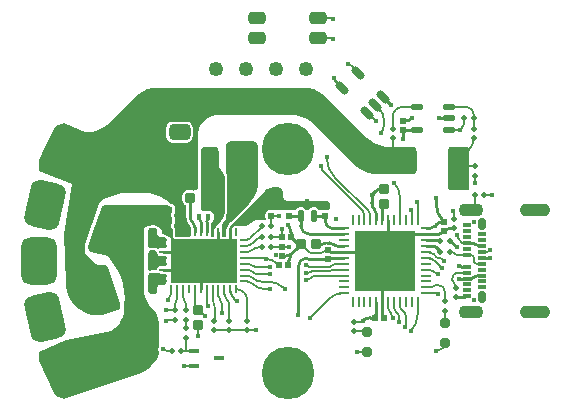
<source format=gtl>
G04*
G04 #@! TF.GenerationSoftware,Altium Limited,Altium Designer,21.5.1 (32)*
G04*
G04 Layer_Physical_Order=1*
G04 Layer_Color=255*
%FSLAX25Y25*%
%MOIN*%
G70*
G04*
G04 #@! TF.SameCoordinates,FF93E5F0-650B-4124-AEF6-32342CE94767*
G04*
G04*
G04 #@! TF.FilePolarity,Positive*
G04*
G01*
G75*
%ADD13C,0.00800*%
%ADD14C,0.01000*%
G04:AMPARAMS|DCode=17|XSize=35.43mil|YSize=33.47mil|CornerRadius=8.37mil|HoleSize=0mil|Usage=FLASHONLY|Rotation=180.000|XOffset=0mil|YOffset=0mil|HoleType=Round|Shape=RoundedRectangle|*
%AMROUNDEDRECTD17*
21,1,0.03543,0.01673,0,0,180.0*
21,1,0.01870,0.03347,0,0,180.0*
1,1,0.01673,-0.00935,0.00837*
1,1,0.01673,0.00935,0.00837*
1,1,0.01673,0.00935,-0.00837*
1,1,0.01673,-0.00935,-0.00837*
%
%ADD17ROUNDEDRECTD17*%
G04:AMPARAMS|DCode=18|XSize=21.26mil|YSize=22.84mil|CornerRadius=5.32mil|HoleSize=0mil|Usage=FLASHONLY|Rotation=0.000|XOffset=0mil|YOffset=0mil|HoleType=Round|Shape=RoundedRectangle|*
%AMROUNDEDRECTD18*
21,1,0.02126,0.01221,0,0,0.0*
21,1,0.01063,0.02284,0,0,0.0*
1,1,0.01063,0.00532,-0.00610*
1,1,0.01063,-0.00532,-0.00610*
1,1,0.01063,-0.00532,0.00610*
1,1,0.01063,0.00532,0.00610*
%
%ADD18ROUNDEDRECTD18*%
G04:AMPARAMS|DCode=19|XSize=21.26mil|YSize=22.84mil|CornerRadius=5.32mil|HoleSize=0mil|Usage=FLASHONLY|Rotation=270.000|XOffset=0mil|YOffset=0mil|HoleType=Round|Shape=RoundedRectangle|*
%AMROUNDEDRECTD19*
21,1,0.02126,0.01221,0,0,270.0*
21,1,0.01063,0.02284,0,0,270.0*
1,1,0.01063,-0.00610,-0.00532*
1,1,0.01063,-0.00610,0.00532*
1,1,0.01063,0.00610,0.00532*
1,1,0.01063,0.00610,-0.00532*
%
%ADD19ROUNDEDRECTD19*%
G04:AMPARAMS|DCode=20|XSize=35.43mil|YSize=33.47mil|CornerRadius=8.37mil|HoleSize=0mil|Usage=FLASHONLY|Rotation=90.000|XOffset=0mil|YOffset=0mil|HoleType=Round|Shape=RoundedRectangle|*
%AMROUNDEDRECTD20*
21,1,0.03543,0.01673,0,0,90.0*
21,1,0.01870,0.03347,0,0,90.0*
1,1,0.01673,0.00837,0.00935*
1,1,0.01673,0.00837,-0.00935*
1,1,0.01673,-0.00837,-0.00935*
1,1,0.01673,-0.00837,0.00935*
%
%ADD20ROUNDEDRECTD20*%
G04:AMPARAMS|DCode=21|XSize=31.5mil|YSize=31.5mil|CornerRadius=7.87mil|HoleSize=0mil|Usage=FLASHONLY|Rotation=90.000|XOffset=0mil|YOffset=0mil|HoleType=Round|Shape=RoundedRectangle|*
%AMROUNDEDRECTD21*
21,1,0.03150,0.01575,0,0,90.0*
21,1,0.01575,0.03150,0,0,90.0*
1,1,0.01575,0.00787,0.00787*
1,1,0.01575,0.00787,-0.00787*
1,1,0.01575,-0.00787,-0.00787*
1,1,0.01575,-0.00787,0.00787*
%
%ADD21ROUNDEDRECTD21*%
G04:AMPARAMS|DCode=22|XSize=17.72mil|YSize=17.72mil|CornerRadius=4.43mil|HoleSize=0mil|Usage=FLASHONLY|Rotation=0.000|XOffset=0mil|YOffset=0mil|HoleType=Round|Shape=RoundedRectangle|*
%AMROUNDEDRECTD22*
21,1,0.01772,0.00886,0,0,0.0*
21,1,0.00886,0.01772,0,0,0.0*
1,1,0.00886,0.00443,-0.00443*
1,1,0.00886,-0.00443,-0.00443*
1,1,0.00886,-0.00443,0.00443*
1,1,0.00886,0.00443,0.00443*
%
%ADD22ROUNDEDRECTD22*%
G04:AMPARAMS|DCode=23|XSize=39.37mil|YSize=57.09mil|CornerRadius=9.84mil|HoleSize=0mil|Usage=FLASHONLY|Rotation=90.000|XOffset=0mil|YOffset=0mil|HoleType=Round|Shape=RoundedRectangle|*
%AMROUNDEDRECTD23*
21,1,0.03937,0.03740,0,0,90.0*
21,1,0.01968,0.05709,0,0,90.0*
1,1,0.01968,0.01870,0.00984*
1,1,0.01968,0.01870,-0.00984*
1,1,0.01968,-0.01870,-0.00984*
1,1,0.01968,-0.01870,0.00984*
%
%ADD23ROUNDEDRECTD23*%
G04:AMPARAMS|DCode=26|XSize=19.68mil|YSize=39.37mil|CornerRadius=4.92mil|HoleSize=0mil|Usage=FLASHONLY|Rotation=0.000|XOffset=0mil|YOffset=0mil|HoleType=Round|Shape=RoundedRectangle|*
%AMROUNDEDRECTD26*
21,1,0.01968,0.02953,0,0,0.0*
21,1,0.00984,0.03937,0,0,0.0*
1,1,0.00984,0.00492,-0.01476*
1,1,0.00984,-0.00492,-0.01476*
1,1,0.00984,-0.00492,0.01476*
1,1,0.00984,0.00492,0.01476*
%
%ADD26ROUNDEDRECTD26*%
G04:AMPARAMS|DCode=29|XSize=17.72mil|YSize=17.72mil|CornerRadius=4.43mil|HoleSize=0mil|Usage=FLASHONLY|Rotation=90.000|XOffset=0mil|YOffset=0mil|HoleType=Round|Shape=RoundedRectangle|*
%AMROUNDEDRECTD29*
21,1,0.01772,0.00886,0,0,90.0*
21,1,0.00886,0.01772,0,0,90.0*
1,1,0.00886,0.00443,0.00443*
1,1,0.00886,0.00443,-0.00443*
1,1,0.00886,-0.00443,-0.00443*
1,1,0.00886,-0.00443,0.00443*
%
%ADD29ROUNDEDRECTD29*%
G04:AMPARAMS|DCode=32|XSize=15.75mil|YSize=19.68mil|CornerRadius=3.94mil|HoleSize=0mil|Usage=FLASHONLY|Rotation=180.000|XOffset=0mil|YOffset=0mil|HoleType=Round|Shape=RoundedRectangle|*
%AMROUNDEDRECTD32*
21,1,0.01575,0.01181,0,0,180.0*
21,1,0.00787,0.01968,0,0,180.0*
1,1,0.00787,-0.00394,0.00591*
1,1,0.00787,0.00394,0.00591*
1,1,0.00787,0.00394,-0.00591*
1,1,0.00787,-0.00394,-0.00591*
%
%ADD32ROUNDEDRECTD32*%
G04:AMPARAMS|DCode=33|XSize=53.33mil|YSize=71.11mil|CornerRadius=13.33mil|HoleSize=0mil|Usage=FLASHONLY|Rotation=270.000|XOffset=0mil|YOffset=0mil|HoleType=Round|Shape=RoundedRectangle|*
%AMROUNDEDRECTD33*
21,1,0.05333,0.04444,0,0,270.0*
21,1,0.02667,0.07111,0,0,270.0*
1,1,0.02667,-0.02222,-0.01333*
1,1,0.02667,-0.02222,0.01333*
1,1,0.02667,0.02222,0.01333*
1,1,0.02667,0.02222,-0.01333*
%
%ADD33ROUNDEDRECTD33*%
G04:AMPARAMS|DCode=34|XSize=41.34mil|YSize=62.99mil|CornerRadius=10.34mil|HoleSize=0mil|Usage=FLASHONLY|Rotation=0.000|XOffset=0mil|YOffset=0mil|HoleType=Round|Shape=RoundedRectangle|*
%AMROUNDEDRECTD34*
21,1,0.04134,0.04232,0,0,0.0*
21,1,0.02067,0.06299,0,0,0.0*
1,1,0.02067,0.01034,-0.02116*
1,1,0.02067,-0.01034,-0.02116*
1,1,0.02067,-0.01034,0.02116*
1,1,0.02067,0.01034,0.02116*
%
%ADD34ROUNDEDRECTD34*%
G04:AMPARAMS|DCode=35|XSize=15.75mil|YSize=33.47mil|CornerRadius=3.94mil|HoleSize=0mil|Usage=FLASHONLY|Rotation=90.000|XOffset=0mil|YOffset=0mil|HoleType=Round|Shape=RoundedRectangle|*
%AMROUNDEDRECTD35*
21,1,0.01575,0.02559,0,0,90.0*
21,1,0.00787,0.03347,0,0,90.0*
1,1,0.00787,0.01280,0.00394*
1,1,0.00787,0.01280,-0.00394*
1,1,0.00787,-0.01280,-0.00394*
1,1,0.00787,-0.01280,0.00394*
%
%ADD35ROUNDEDRECTD35*%
G04:AMPARAMS|DCode=36|XSize=107.09mil|YSize=50.79mil|CornerRadius=12.7mil|HoleSize=0mil|Usage=FLASHONLY|Rotation=270.000|XOffset=0mil|YOffset=0mil|HoleType=Round|Shape=RoundedRectangle|*
%AMROUNDEDRECTD36*
21,1,0.10709,0.02539,0,0,270.0*
21,1,0.08169,0.05079,0,0,270.0*
1,1,0.02539,-0.01270,-0.04085*
1,1,0.02539,-0.01270,0.04085*
1,1,0.02539,0.01270,0.04085*
1,1,0.02539,0.01270,-0.04085*
%
%ADD36ROUNDEDRECTD36*%
G04:AMPARAMS|DCode=37|XSize=76.77mil|YSize=43.31mil|CornerRadius=10.83mil|HoleSize=0mil|Usage=FLASHONLY|Rotation=90.000|XOffset=0mil|YOffset=0mil|HoleType=Round|Shape=RoundedRectangle|*
%AMROUNDEDRECTD37*
21,1,0.07677,0.02165,0,0,90.0*
21,1,0.05512,0.04331,0,0,90.0*
1,1,0.02165,0.01083,0.02756*
1,1,0.02165,0.01083,-0.02756*
1,1,0.02165,-0.01083,-0.02756*
1,1,0.02165,-0.01083,0.02756*
%
%ADD37ROUNDEDRECTD37*%
G04:AMPARAMS|DCode=38|XSize=21.65mil|YSize=37.4mil|CornerRadius=5.41mil|HoleSize=0mil|Usage=FLASHONLY|Rotation=270.000|XOffset=0mil|YOffset=0mil|HoleType=Round|Shape=RoundedRectangle|*
%AMROUNDEDRECTD38*
21,1,0.02165,0.02657,0,0,270.0*
21,1,0.01083,0.03740,0,0,270.0*
1,1,0.01083,-0.01329,-0.00541*
1,1,0.01083,-0.01329,0.00541*
1,1,0.01083,0.01329,0.00541*
1,1,0.01083,0.01329,-0.00541*
%
%ADD38ROUNDEDRECTD38*%
G04:AMPARAMS|DCode=39|XSize=25.59mil|YSize=47.24mil|CornerRadius=6.4mil|HoleSize=0mil|Usage=FLASHONLY|Rotation=225.000|XOffset=0mil|YOffset=0mil|HoleType=Round|Shape=RoundedRectangle|*
%AMROUNDEDRECTD39*
21,1,0.02559,0.03445,0,0,225.0*
21,1,0.01280,0.04724,0,0,225.0*
1,1,0.01280,-0.01670,0.00766*
1,1,0.01280,-0.00766,0.01670*
1,1,0.01280,0.01670,-0.00766*
1,1,0.01280,0.00766,-0.01670*
%
%ADD39ROUNDEDRECTD39*%
G04:AMPARAMS|DCode=40|XSize=157.48mil|YSize=118.11mil|CornerRadius=29.53mil|HoleSize=0mil|Usage=FLASHONLY|Rotation=244.000|XOffset=0mil|YOffset=0mil|HoleType=Round|Shape=RoundedRectangle|*
%AMROUNDEDRECTD40*
21,1,0.15748,0.05906,0,0,244.0*
21,1,0.09843,0.11811,0,0,244.0*
1,1,0.05906,-0.04811,-0.03129*
1,1,0.05906,-0.00497,0.05718*
1,1,0.05906,0.04811,0.03129*
1,1,0.05906,0.00497,-0.05718*
%
%ADD40ROUNDEDRECTD40*%
G04:AMPARAMS|DCode=41|XSize=157.48mil|YSize=118.11mil|CornerRadius=29.53mil|HoleSize=0mil|Usage=FLASHONLY|Rotation=257.000|XOffset=0mil|YOffset=0mil|HoleType=Round|Shape=RoundedRectangle|*
%AMROUNDEDRECTD41*
21,1,0.15748,0.05906,0,0,257.0*
21,1,0.09843,0.11811,0,0,257.0*
1,1,0.05906,-0.03984,-0.04131*
1,1,0.05906,-0.01770,0.05459*
1,1,0.05906,0.03984,0.04131*
1,1,0.05906,0.01770,-0.05459*
%
%ADD41ROUNDEDRECTD41*%
G04:AMPARAMS|DCode=42|XSize=157.48mil|YSize=118.11mil|CornerRadius=29.53mil|HoleSize=0mil|Usage=FLASHONLY|Rotation=270.000|XOffset=0mil|YOffset=0mil|HoleType=Round|Shape=RoundedRectangle|*
%AMROUNDEDRECTD42*
21,1,0.15748,0.05906,0,0,270.0*
21,1,0.09843,0.11811,0,0,270.0*
1,1,0.05906,-0.02953,-0.04921*
1,1,0.05906,-0.02953,0.04921*
1,1,0.05906,0.02953,0.04921*
1,1,0.05906,0.02953,-0.04921*
%
%ADD42ROUNDEDRECTD42*%
G04:AMPARAMS|DCode=43|XSize=157.48mil|YSize=118.11mil|CornerRadius=29.53mil|HoleSize=0mil|Usage=FLASHONLY|Rotation=283.000|XOffset=0mil|YOffset=0mil|HoleType=Round|Shape=RoundedRectangle|*
%AMROUNDEDRECTD43*
21,1,0.15748,0.05906,0,0,283.0*
21,1,0.09843,0.11811,0,0,283.0*
1,1,0.05906,-0.01770,-0.05459*
1,1,0.05906,-0.03984,0.04131*
1,1,0.05906,0.01770,0.05459*
1,1,0.05906,0.03984,-0.04131*
%
%ADD43ROUNDEDRECTD43*%
G04:AMPARAMS|DCode=44|XSize=157.48mil|YSize=118.11mil|CornerRadius=29.53mil|HoleSize=0mil|Usage=FLASHONLY|Rotation=296.000|XOffset=0mil|YOffset=0mil|HoleType=Round|Shape=RoundedRectangle|*
%AMROUNDEDRECTD44*
21,1,0.15748,0.05906,0,0,296.0*
21,1,0.09843,0.11811,0,0,296.0*
1,1,0.05906,-0.00497,-0.05718*
1,1,0.05906,-0.04811,0.03129*
1,1,0.05906,0.00497,0.05718*
1,1,0.05906,0.04811,-0.03129*
%
%ADD44ROUNDEDRECTD44*%
G04:AMPARAMS|DCode=45|XSize=62.99mil|YSize=139.76mil|CornerRadius=15.75mil|HoleSize=0mil|Usage=FLASHONLY|Rotation=341.000|XOffset=0mil|YOffset=0mil|HoleType=Round|Shape=RoundedRectangle|*
%AMROUNDEDRECTD45*
21,1,0.06299,0.10827,0,0,341.0*
21,1,0.03150,0.13976,0,0,341.0*
1,1,0.03150,-0.00273,-0.05631*
1,1,0.03150,-0.03251,-0.04606*
1,1,0.03150,0.00273,0.05631*
1,1,0.03150,0.03251,0.04606*
%
%ADD45ROUNDEDRECTD45*%
G04:AMPARAMS|DCode=46|XSize=62.99mil|YSize=139.76mil|CornerRadius=15.75mil|HoleSize=0mil|Usage=FLASHONLY|Rotation=19.000|XOffset=0mil|YOffset=0mil|HoleType=Round|Shape=RoundedRectangle|*
%AMROUNDEDRECTD46*
21,1,0.06299,0.10827,0,0,19.0*
21,1,0.03150,0.13976,0,0,19.0*
1,1,0.03150,0.03251,-0.04606*
1,1,0.03150,0.00273,-0.05631*
1,1,0.03150,-0.03251,0.04606*
1,1,0.03150,-0.00273,0.05631*
%
%ADD46ROUNDEDRECTD46*%
G04:AMPARAMS|DCode=58|XSize=11.81mil|YSize=27.56mil|CornerRadius=2.95mil|HoleSize=0mil|Usage=FLASHONLY|Rotation=90.000|XOffset=0mil|YOffset=0mil|HoleType=Round|Shape=RoundedRectangle|*
%AMROUNDEDRECTD58*
21,1,0.01181,0.02165,0,0,90.0*
21,1,0.00591,0.02756,0,0,90.0*
1,1,0.00591,0.01083,0.00295*
1,1,0.00591,0.01083,-0.00295*
1,1,0.00591,-0.01083,-0.00295*
1,1,0.00591,-0.01083,0.00295*
%
%ADD58ROUNDEDRECTD58*%
G04:AMPARAMS|DCode=59|XSize=39.37mil|YSize=27.56mil|CornerRadius=6.89mil|HoleSize=0mil|Usage=FLASHONLY|Rotation=90.000|XOffset=0mil|YOffset=0mil|HoleType=Round|Shape=RoundedRectangle|*
%AMROUNDEDRECTD59*
21,1,0.03937,0.01378,0,0,90.0*
21,1,0.02559,0.02756,0,0,90.0*
1,1,0.01378,0.00689,0.01280*
1,1,0.01378,0.00689,-0.01280*
1,1,0.01378,-0.00689,-0.01280*
1,1,0.01378,-0.00689,0.01280*
%
%ADD59ROUNDEDRECTD59*%
G04:AMPARAMS|DCode=76|XSize=43.31mil|YSize=82.68mil|CornerRadius=21.65mil|HoleSize=0mil|Usage=FLASHONLY|Rotation=90.000|XOffset=0mil|YOffset=0mil|HoleType=Round|Shape=RoundedRectangle|*
%AMROUNDEDRECTD76*
21,1,0.04331,0.03937,0,0,90.0*
21,1,0.00000,0.08268,0,0,90.0*
1,1,0.04331,0.01968,0.00000*
1,1,0.04331,0.01968,0.00000*
1,1,0.04331,-0.01968,0.00000*
1,1,0.04331,-0.01968,0.00000*
%
%ADD76ROUNDEDRECTD76*%
G04:AMPARAMS|DCode=77|XSize=43.31mil|YSize=102.36mil|CornerRadius=21.65mil|HoleSize=0mil|Usage=FLASHONLY|Rotation=90.000|XOffset=0mil|YOffset=0mil|HoleType=Round|Shape=RoundedRectangle|*
%AMROUNDEDRECTD77*
21,1,0.04331,0.05906,0,0,90.0*
21,1,0.00000,0.10236,0,0,90.0*
1,1,0.04331,0.02953,0.00000*
1,1,0.04331,0.02953,0.00000*
1,1,0.04331,-0.02953,0.00000*
1,1,0.04331,-0.02953,0.00000*
%
%ADD77ROUNDEDRECTD77*%
%ADD81O,0.03700X0.00942*%
%ADD82O,0.00942X0.03700*%
%ADD83R,0.20000X0.20000*%
%ADD84O,0.00984X0.02953*%
%ADD85O,0.02953X0.00984*%
%ADD86R,0.22441X0.14567*%
%ADD87C,0.04921*%
%ADD88C,0.17500*%
%ADD89C,0.01575*%
%ADD90C,0.00787*%
%ADD91C,0.01200*%
%ADD92C,0.02400*%
G36*
X5858Y57500D02*
X6843Y57500D01*
X8775Y57116D01*
X10595Y56362D01*
X12233Y55268D01*
X12929Y54571D01*
X12929Y54571D01*
X26571Y40929D01*
X27298Y40270D01*
X28928Y39181D01*
X30739Y38431D01*
X32662Y38048D01*
X33642Y38000D01*
X34500Y38000D01*
X34531Y38004D01*
X34593Y38011D01*
X34656Y38016D01*
X34718Y38018D01*
X34750Y38018D01*
X34781Y38018D01*
X34844Y38016D01*
X34907Y38011D01*
X34969Y38004D01*
X35000Y38000D01*
X35000Y38000D01*
X41500Y38000D01*
X41798Y38000D01*
X42350Y37772D01*
X42772Y37350D01*
X42934Y36958D01*
X43000Y36500D01*
Y36500D01*
X43000D01*
X43000Y36500D01*
X43000Y30500D01*
X43000Y30202D01*
X42772Y29650D01*
X42350Y29228D01*
X41971Y29071D01*
X41500Y29000D01*
X35000Y29000D01*
X35000Y29000D01*
X34500Y29000D01*
X34500Y29000D01*
X28657D01*
X26725Y29384D01*
X24905Y30138D01*
X23268Y31233D01*
X22571Y31929D01*
X22571Y31929D01*
Y31929D01*
X8929Y45571D01*
X8202Y46230D01*
X6572Y47319D01*
X4761Y48069D01*
X2838Y48452D01*
X1858Y48500D01*
X1858Y48500D01*
X1858Y48500D01*
X-23358Y48500D01*
X-24003Y48468D01*
X-25270Y48216D01*
X-26462Y47722D01*
X-27536Y47005D01*
X-28449Y46092D01*
X-29166Y45019D01*
X-29660Y43826D01*
X-29912Y42560D01*
X-29943Y41914D01*
X-29943Y41914D01*
X-29943Y41914D01*
X-29943Y33674D01*
X-29943Y33509D01*
X-29950Y33180D01*
X-29965Y32851D01*
X-29966Y32823D01*
X-30000Y32359D01*
X-30000Y32358D01*
X-30000Y32358D01*
X-30000Y32358D01*
Y24301D01*
X-30152Y23934D01*
X-30434Y23652D01*
X-30801Y23500D01*
X-31000D01*
X-31195Y23481D01*
X-31371Y23408D01*
X-31565Y23446D01*
X-33435D01*
X-34074Y23319D01*
X-34615Y22957D01*
X-34977Y22416D01*
X-35104Y21778D01*
Y20104D01*
X-34977Y19466D01*
X-34615Y18924D01*
X-34074Y18563D01*
X-33825Y18513D01*
Y14914D01*
X-33841D01*
X-33679Y13683D01*
X-33204Y12537D01*
X-32448Y11552D01*
Y11552D01*
X-32278Y11122D01*
Y9449D01*
X-32270Y9408D01*
Y8465D01*
X-32583Y8083D01*
X-37306D01*
X-37481Y8347D01*
X-37501Y8395D01*
Y9449D01*
X-37509Y9489D01*
Y10433D01*
X-37610Y10937D01*
X-37895Y11365D01*
X-38000Y11435D01*
Y11985D01*
X-37965Y12009D01*
X-37671Y12449D01*
X-37568Y12968D01*
Y14031D01*
X-37671Y14551D01*
X-37965Y14991D01*
X-38000Y15014D01*
Y15486D01*
X-37965Y15508D01*
X-37671Y15949D01*
X-37568Y16468D01*
Y17531D01*
X-37671Y18051D01*
X-37965Y18492D01*
X-38406Y18786D01*
X-38925Y18889D01*
X-39038Y18908D01*
X-39701Y19571D01*
X-40428Y20230D01*
X-42058Y21319D01*
X-43869Y22069D01*
X-45792Y22452D01*
X-46772Y22500D01*
X-46772Y22500D01*
X-46772Y22500D01*
X-55500D01*
X-61500Y20500D01*
X-63000Y19000D01*
X-67500Y5500D01*
Y2500D01*
X-64914Y-86D01*
X-64563Y-404D01*
X-63776Y-930D01*
X-62902Y-1292D01*
X-61973Y-1477D01*
X-61500Y-1500D01*
X-61207Y-1500D01*
X-61039Y-1500D01*
X-60709Y-1566D01*
X-60399Y-1694D01*
X-60384Y-1704D01*
X-60000Y-2000D01*
X-59851Y-2446D01*
X-56000Y-14000D01*
Y-16000D01*
X-61500Y-18000D01*
X-65344D01*
X-66663Y-17738D01*
X-67906Y-17223D01*
X-69024Y-16476D01*
X-69500Y-16000D01*
X-69500Y-16000D01*
X-71172Y-14328D01*
X-71844Y-13656D01*
X-72901Y-12074D01*
X-73629Y-10317D01*
X-74000Y-8451D01*
X-74000Y-7500D01*
X-74500Y9000D01*
X-72000Y25500D01*
X-83000Y30000D01*
Y33500D01*
X-80957Y37772D01*
X-77975Y44006D01*
X-77378Y45041D01*
X-74500Y46000D01*
X-67500Y43000D01*
X-66621D01*
X-65646Y43048D01*
X-63733Y43428D01*
X-61931Y44175D01*
X-60309Y45259D01*
X-59586Y45914D01*
X-53778Y51722D01*
X-50929Y54571D01*
X-50232Y55268D01*
X-48595Y56362D01*
X-46775Y57116D01*
X-44843Y57500D01*
X-43858Y57500D01*
X-43858Y57500D01*
X-30858Y57500D01*
X5858Y57500D01*
D02*
G37*
G36*
X-10867Y39696D02*
X-10305Y39133D01*
X-10000Y38398D01*
Y26142D01*
X-10000Y26142D01*
X-10000Y25157D01*
X-10384Y23225D01*
X-11138Y21405D01*
X-12233Y19768D01*
X-12929Y19071D01*
X-18939Y13061D01*
X-19178Y12797D01*
X-19572Y12207D01*
X-19844Y11551D01*
X-19852Y11513D01*
X-20073Y11365D01*
X-20359Y10937D01*
X-20459Y10433D01*
Y9489D01*
X-20467Y9449D01*
Y8083D01*
X-21753D01*
Y9449D01*
X-21761Y9489D01*
Y10433D01*
X-21862Y10937D01*
X-22000Y11144D01*
X-22000Y11422D01*
X-21869Y12082D01*
X-21611Y12703D01*
X-21547Y12799D01*
X-21501Y12845D01*
X-21456Y12912D01*
X-21400Y12969D01*
X-21135Y13365D01*
X-21000Y13500D01*
X-20888Y13624D01*
X-20702Y13902D01*
X-20573Y14211D01*
X-20508Y14540D01*
X-20505Y14603D01*
X-20432Y14779D01*
X-20416Y14858D01*
X-20385Y14932D01*
X-20200Y15865D01*
Y15946D01*
X-20184Y16025D01*
X-20184Y16500D01*
X-20184Y27586D01*
X-20184Y27586D01*
Y27586D01*
X-20189Y27608D01*
X-20186Y27630D01*
X-20210Y28091D01*
X-20225Y28148D01*
Y28206D01*
X-20331Y28741D01*
X-20362Y28815D01*
X-20378Y28894D01*
X-20500Y29189D01*
X-20500Y38000D01*
X-20500Y38000D01*
X-20464Y38485D01*
X-20196Y39133D01*
X-19633Y39696D01*
X-18898Y40000D01*
X-18500Y40000D01*
X-11602Y40000D01*
X-10867Y39696D01*
D02*
G37*
G36*
X-23650Y37772D02*
X-23228Y37350D01*
X-23066Y36958D01*
X-23000Y36500D01*
Y36500D01*
X-23000D01*
X-23000Y36500D01*
X-23000Y32414D01*
X-22984Y32080D01*
X-22853Y31423D01*
X-22597Y30805D01*
X-22225Y30248D01*
X-22000Y30000D01*
X-21762Y29762D01*
X-21388Y29203D01*
X-21131Y28582D01*
X-21025Y28047D01*
X-21000Y27586D01*
Y27586D01*
X-21000D01*
X-21000Y27586D01*
X-21000Y16500D01*
X-21000Y16024D01*
X-21185Y15092D01*
X-21550Y14213D01*
X-22078Y13422D01*
X-22414Y13086D01*
X-22414Y13086D01*
X-22414Y13086D01*
X-22414Y13086D01*
X-23500Y12000D01*
X-23613Y11876D01*
X-23799Y11598D01*
X-23851Y11471D01*
X-24010Y11365D01*
X-24296Y10937D01*
X-24396Y10433D01*
Y9489D01*
X-24404Y9449D01*
Y8083D01*
X-25385D01*
X-25698Y8465D01*
Y9409D01*
X-25690Y9449D01*
Y12274D01*
X-25619Y12381D01*
X-25500Y12500D01*
X-25275Y12748D01*
X-24903Y13305D01*
X-24647Y13923D01*
X-24517Y14580D01*
X-24500Y14914D01*
X-24500Y14914D01*
X-24500Y14914D01*
X-24500Y15000D01*
X-24529Y15291D01*
X-24529Y15293D01*
X-24567Y15384D01*
X-24753Y15833D01*
X-25167Y16247D01*
X-25547Y16405D01*
X-25707Y16471D01*
X-25999Y16500D01*
X-26000Y16500D01*
X-26000Y16500D01*
X-26000Y16500D01*
X-27500D01*
X-27798Y16500D01*
X-28350Y16728D01*
X-28772Y17150D01*
X-29000Y17702D01*
X-29000Y18000D01*
X-29000Y18000D01*
Y36500D01*
X-29000Y36798D01*
X-28772Y37350D01*
X-28350Y37772D01*
X-27798Y38000D01*
X-27500Y38000D01*
X-27500Y38000D01*
X-24500Y38000D01*
X-24202Y38000D01*
X-23650Y37772D01*
D02*
G37*
G36*
X60066Y37848D02*
X60348Y37566D01*
X60500Y37199D01*
Y37000D01*
Y24500D01*
Y24301D01*
X60348Y23934D01*
X60066Y23652D01*
X59699Y23500D01*
X54301D01*
X53934Y23652D01*
X53652Y23934D01*
X53500Y24301D01*
Y24500D01*
Y37000D01*
Y37199D01*
X53652Y37566D01*
X53934Y37848D01*
X54301Y38000D01*
X59699D01*
X60066Y37848D01*
D02*
G37*
G36*
X-40065Y18500D02*
X-39634Y18351D01*
X-39615Y18331D01*
X-39538Y18280D01*
X-39472Y18217D01*
X-39407Y18193D01*
X-39350Y18155D01*
X-39260Y18137D01*
X-39174Y18104D01*
X-39073Y18087D01*
X-38724Y18017D01*
X-38618Y17946D01*
X-38510Y17839D01*
X-38439Y17733D01*
X-38416Y17615D01*
X-38432Y17531D01*
Y16468D01*
X-38416Y16385D01*
X-38439Y16267D01*
X-38576Y16063D01*
X-38576Y16062D01*
X-38621Y15995D01*
X-38678Y15939D01*
X-38708Y15865D01*
X-38753Y15798D01*
X-38769Y15719D01*
X-38800Y15645D01*
X-38800Y15564D01*
X-38815Y15486D01*
Y15014D01*
X-38800Y14936D01*
X-38800Y14855D01*
X-38769Y14781D01*
X-38753Y14702D01*
X-38708Y14635D01*
X-38678Y14561D01*
X-38621Y14504D01*
X-38576Y14438D01*
X-38576Y14437D01*
X-38439Y14233D01*
X-38416Y14115D01*
X-38432Y14031D01*
Y12968D01*
X-38416Y12885D01*
X-38439Y12767D01*
X-38576Y12563D01*
X-38577Y12562D01*
X-38621Y12495D01*
X-38678Y12438D01*
X-38709Y12364D01*
X-38754Y12297D01*
X-38769Y12219D01*
X-38800Y12144D01*
X-38800Y12064D01*
X-38816Y11985D01*
Y11435D01*
X-38800Y11356D01*
Y11276D01*
X-38769Y11201D01*
X-38754Y11123D01*
X-38709Y11056D01*
X-38678Y10982D01*
X-38621Y10925D01*
X-38577Y10858D01*
X-38510Y10813D01*
X-38503Y10807D01*
X-38378Y10619D01*
X-38325Y10353D01*
Y9489D01*
X-38317Y9449D01*
Y8395D01*
X-38291Y8265D01*
X-38412Y8145D01*
X-38761Y8000D01*
X-38950Y8000D01*
X-39737D01*
X-39897Y8107D01*
X-40075Y8142D01*
X-40075Y8143D01*
X-40357Y8425D01*
X-40621Y8601D01*
X-40621Y8601D01*
X-40989Y8754D01*
X-41301Y8816D01*
X-41724D01*
X-42000Y9250D01*
X-42000Y9500D01*
X-42000D01*
X-42038Y9890D01*
X-42337Y10611D01*
X-42889Y11163D01*
X-43241Y11309D01*
X-43357Y11425D01*
X-43621Y11601D01*
X-43621Y11601D01*
X-43989Y11754D01*
X-44301Y11816D01*
X-44602D01*
X-44602Y11816D01*
X-44606D01*
X-44607Y11816D01*
X-44607Y11816D01*
X-45393D01*
X-45393Y11816D01*
X-45394Y11816D01*
X-45398D01*
X-45398Y11816D01*
X-45699D01*
X-46011Y11754D01*
X-46379Y11601D01*
X-46530Y11500D01*
X-46817Y11472D01*
X-47347Y11252D01*
X-47752Y10847D01*
X-47972Y10317D01*
X-48000Y10030D01*
Y-9465D01*
X-47959Y-10301D01*
X-47633Y-11942D01*
X-46992Y-13488D01*
X-46062Y-14879D01*
X-45500Y-15500D01*
X-44905Y-16094D01*
X-43971Y-17492D01*
X-43328Y-19046D01*
X-43000Y-20695D01*
X-43000Y-21536D01*
X-43000Y-28973D01*
X-43087Y-29184D01*
Y-29816D01*
X-43000Y-30027D01*
Y-30518D01*
X-43000Y-30518D01*
X-43000Y-30989D01*
X-43184Y-31914D01*
X-43545Y-32785D01*
X-44068Y-33568D01*
X-44402Y-33902D01*
X-45571Y-35071D01*
X-45571Y-35071D01*
X-45919Y-35418D01*
X-46678Y-36042D01*
X-47495Y-36588D01*
X-48362Y-37051D01*
X-48815Y-37239D01*
X-74500Y-46000D01*
X-77378Y-45041D01*
X-77975Y-44006D01*
X-83000Y-33500D01*
Y-30500D01*
X-74000Y-26500D01*
X-59000Y-23500D01*
X-59000Y-23500D01*
X-59000Y-23500D01*
X-58504Y-23210D01*
X-57577Y-22535D01*
X-56748Y-21740D01*
X-56033Y-20842D01*
X-55445Y-19856D01*
X-54995Y-18800D01*
X-54690Y-17694D01*
X-54537Y-16556D01*
X-54518Y-15982D01*
X-54389Y-14807D01*
X-54326Y-12443D01*
X-54524Y-10086D01*
X-54979Y-7766D01*
X-55687Y-5509D01*
X-56638Y-3344D01*
X-57822Y-1297D01*
X-59223Y608D01*
X-60000Y1500D01*
X-65430Y2981D01*
X-65793Y3293D01*
Y3293D01*
X-66098Y3666D01*
X-66225Y3856D01*
X-66407Y4296D01*
X-66500Y4762D01*
X-66500Y5000D01*
X-66000Y6500D01*
X-64226Y11601D01*
X-62000Y18000D01*
X-61880Y18119D01*
X-61599Y18307D01*
X-61287Y18437D01*
X-60956Y18503D01*
X-60787Y18503D01*
X-40499Y18503D01*
X-40065Y18500D01*
D02*
G37*
G36*
X-2367Y24195D02*
X-1805Y23633D01*
X-1500Y22898D01*
X-1500Y21500D01*
X-1471Y21207D01*
X-1247Y20667D01*
X-833Y20253D01*
X-293Y20029D01*
X0Y20000D01*
Y20000D01*
X13199D01*
X13566Y19848D01*
X13848Y19567D01*
X14000Y19199D01*
Y17401D01*
X13924Y17217D01*
X13783Y17076D01*
X13599Y17000D01*
X10362D01*
X10089Y17408D01*
X9662Y17694D01*
X9157Y17794D01*
X8173D01*
X7669Y17694D01*
X7242Y17408D01*
X6969Y17000D01*
X6031D01*
X5758Y17408D01*
X5331Y17694D01*
X4827Y17794D01*
X3842D01*
X3338Y17694D01*
X2911Y17408D01*
X2638Y17000D01*
X-6000D01*
X-6195Y16981D01*
X-6556Y16831D01*
X-6615Y16772D01*
X-7035Y16491D01*
X-7329Y16051D01*
X-7432Y15531D01*
Y14469D01*
X-7329Y13949D01*
X-7667Y13555D01*
X-7801Y13500D01*
X-10086Y13500D01*
X-10420Y13484D01*
X-11077Y13353D01*
X-11695Y13097D01*
X-12252Y12725D01*
X-12500Y12500D01*
X-12738Y12262D01*
X-13297Y11889D01*
X-13918Y11631D01*
X-14578Y11500D01*
X-16444D01*
X-16669Y11650D01*
X-17173Y11750D01*
X-17677Y11650D01*
X-18105Y11365D01*
X-18390Y10937D01*
X-18491Y10433D01*
Y8465D01*
X-18462Y8323D01*
X-18495Y8290D01*
X-18915Y8116D01*
X-19142D01*
X-19312Y8116D01*
X-19628Y8247D01*
X-19652Y8270D01*
Y9449D01*
X-19644Y9489D01*
Y10353D01*
X-19590Y10619D01*
X-19485Y10777D01*
X-19399Y10835D01*
X-19399Y10835D01*
X-19399Y10835D01*
X-19286Y10947D01*
X-19173Y11060D01*
X-19173Y11060D01*
X-19173Y11060D01*
X-19113Y11205D01*
X-19091Y11239D01*
X-18849Y11821D01*
X-18533Y12294D01*
X-18348Y12498D01*
X-12352Y18494D01*
X-12352Y18494D01*
X-11656Y19191D01*
X-11611Y19258D01*
X-11554Y19314D01*
X-11290Y19710D01*
X-7578Y23422D01*
X-6787Y23950D01*
X-5908Y24314D01*
X-4976Y24500D01*
X-4500D01*
X-4500Y24500D01*
X-3102D01*
X-2367Y24195D01*
D02*
G37*
G36*
X-43934Y10848D02*
X-43652Y10566D01*
X-43500Y10199D01*
Y9000D01*
X-43481Y8805D01*
X-43332Y8444D01*
X-43056Y8169D01*
X-42695Y8019D01*
X-42500Y8000D01*
X-41301D01*
X-40934Y7848D01*
X-40652Y7566D01*
X-40500Y7199D01*
Y4801D01*
X-40652Y4434D01*
X-40808Y4278D01*
X-41386D01*
X-41427Y4270D01*
X-42370D01*
X-42874Y4170D01*
X-43128Y4000D01*
X-43470D01*
X-43621Y4101D01*
X-43621Y4101D01*
X-43989Y4254D01*
X-44301Y4316D01*
X-45699D01*
X-46011Y4254D01*
X-46407Y4576D01*
X-46500Y4801D01*
Y10199D01*
X-46348Y10566D01*
X-46066Y10848D01*
X-45699Y11000D01*
X-45398D01*
X-45398Y11000D01*
X-44602D01*
X-44602Y11000D01*
X-44301D01*
X-43934Y10848D01*
D02*
G37*
G36*
Y3348D02*
X-43663Y3077D01*
X-43687Y2953D01*
X-43587Y2449D01*
X-43302Y2021D01*
X-42874Y1736D01*
X-42370Y1635D01*
X-41426D01*
X-41386Y1627D01*
X-40512D01*
X-40500Y1599D01*
Y-1599D01*
X-40512Y-1627D01*
X-41386D01*
X-41426Y-1635D01*
X-42370D01*
X-42874Y-1736D01*
X-43302Y-2021D01*
X-43587Y-2449D01*
X-43687Y-2953D01*
X-44147Y-3184D01*
X-45699D01*
X-46011Y-3246D01*
X-46407Y-2924D01*
X-46500Y-2699D01*
X-46500Y-2500D01*
Y2699D01*
X-46348Y3067D01*
X-46066Y3348D01*
X-45699Y3500D01*
X-44301D01*
X-43934Y3348D01*
D02*
G37*
G36*
X-42874Y-4170D02*
X-42370Y-4270D01*
X-41426D01*
X-41386Y-4278D01*
X-40808D01*
X-40652Y-4434D01*
X-40500Y-4801D01*
Y-5000D01*
Y-7000D01*
Y-7199D01*
X-40652Y-7566D01*
X-40934Y-7848D01*
X-41301Y-8000D01*
X-42500D01*
X-42695Y-8019D01*
X-43056Y-8168D01*
X-43332Y-8444D01*
X-43481Y-8805D01*
X-43500Y-9000D01*
Y-10000D01*
Y-10000D01*
Y-10199D01*
X-43652Y-10566D01*
X-43934Y-10848D01*
X-44301Y-11000D01*
X-44500D01*
X-45500Y-11000D01*
X-45699D01*
X-46066Y-10848D01*
X-46348Y-10566D01*
X-46500Y-10199D01*
Y-10000D01*
Y-5000D01*
Y-4801D01*
X-46348Y-4434D01*
X-46066Y-4152D01*
X-45699Y-4000D01*
X-43128D01*
X-42874Y-4170D01*
D02*
G37*
%LPC*%
G36*
X-33778Y46425D02*
X-38222D01*
X-39055Y46259D01*
X-39760Y45788D01*
X-40232Y45082D01*
X-40397Y44250D01*
Y41583D01*
X-40232Y40751D01*
X-39760Y40045D01*
X-39055Y39574D01*
X-38222Y39408D01*
X-33778D01*
X-32945Y39574D01*
X-32240Y40045D01*
X-31768Y40751D01*
X-31603Y41583D01*
Y44250D01*
X-31768Y45082D01*
X-32240Y45788D01*
X-32945Y46259D01*
X-33778Y46425D01*
D02*
G37*
%LPD*%
D13*
X57782Y6325D02*
G03*
X57758Y6342I-462J-653D01*
G01*
X57126Y7264D02*
G03*
X56913Y7653I-781J-174D01*
G01*
X57126Y7264D02*
G03*
X57758Y6342I1449J315D01*
G01*
X56500Y8398D02*
G03*
X56734Y7832I800J0D01*
G01*
X58168Y6052D02*
G03*
X58626Y5905I462J653D01*
G01*
X62000Y1000D02*
G03*
X61032Y1969I-969J0D01*
G01*
X62000Y0D02*
G03*
X63000Y-1000I1000J0D01*
G01*
X55287Y2680D02*
G03*
X55474Y2568I1213J1820D01*
G01*
X55721Y2362D02*
G03*
X55474Y2568I-626J-499D01*
G01*
X55102Y2817D02*
G03*
X55287Y2680I1398J1683D01*
G01*
X55721Y2362D02*
G03*
X56532Y1969I810J638D01*
G01*
X55102Y2817D02*
G03*
X54598Y3000I-509J-617D01*
G01*
X-13321Y2953D02*
G03*
X-12000Y3500I0J1868D01*
G01*
X-9586Y4500D02*
G03*
X-12000Y3500I0J-3415D01*
G01*
X-14104Y4921D02*
G03*
X-11500Y6000I0J3683D01*
G01*
X-8575Y8000D02*
G03*
X-10154Y7346I0J-2234D01*
G01*
X-13973Y6890D02*
G03*
X-12500Y7500I0J2083D01*
G01*
X6896Y-4000D02*
G03*
X7461Y-3766I0J800D01*
G01*
X8194Y-3365D02*
G03*
X7629Y-3598I0J-800D01*
G01*
X9857Y-4921D02*
G03*
X7293Y-5984I0J-3627D01*
G01*
X6005Y-6500D02*
G03*
X7293Y-5984I39J1765D01*
G01*
X14031Y-3365D02*
G03*
X15451Y-3034I0J3219D01*
G01*
X15800Y-2953D02*
G03*
X15451Y-3034I4J-800D01*
G01*
X16071Y-984D02*
G03*
X15453Y-1280I4J-800D01*
G01*
X14031Y-1964D02*
G03*
X15453Y-1280I0J1819D01*
G01*
X-12000Y-1500D02*
G03*
X-13245Y-984I-1245J-1245D01*
G01*
X-12000Y-1500D02*
G03*
X-10793Y-2000I1207J1207D01*
G01*
X-12000Y-7500D02*
G03*
X-13473Y-6890I-1473J-1473D01*
G01*
X-12000Y-3500D02*
G03*
X-13321Y-2953I-1321J-1321D01*
G01*
X-12000Y-3500D02*
G03*
X-9586Y-4500I2414J2414D01*
G01*
X-12000Y-5500D02*
G03*
X-13397Y-4921I-1397J-1397D01*
G01*
X-12000Y-5500D02*
G03*
X-8379Y-7000I3621J3621D01*
G01*
X35453Y-15679D02*
G03*
X36000Y-17000I1868J0D01*
G01*
X36977Y-18043D02*
G03*
X36820Y-17787I-749J-282D01*
G01*
X36820Y-17787D02*
G03*
X36185Y-17162I-1820J-1213D01*
G01*
X37421Y-15103D02*
G03*
X38000Y-16500I1976J0D01*
G01*
X36062Y-17062D02*
G03*
X36185Y-17162I562J569D01*
G01*
X37187Y-19000D02*
G03*
X37047Y-18228I-2187J0D01*
G01*
X37173Y-19285D02*
G03*
X37187Y-19139I-786J150D01*
G01*
X37136Y-19480D02*
G03*
X37122Y-19629I786J-150D01*
G01*
X39000Y-22000D02*
G03*
X39500Y-20793I-1207J1207D01*
G01*
Y-18707D02*
G03*
X39000Y-17500I-1707J0D01*
G01*
X-12000Y-7500D02*
G03*
X-7172Y-9500I4828J4828D01*
G01*
X37000Y-20500D02*
G03*
X37122Y-20079I-678J425D01*
G01*
X35000Y-19000D02*
G03*
X34293Y-17293I-2414J0D01*
G01*
X33484Y-15755D02*
G03*
X33999Y-16999I1761J0D01*
G01*
D02*
G03*
X34000Y-17000I1246J1244D01*
G01*
X-1599Y-8901D02*
G03*
X-6189Y-7000I-4590J-4590D01*
G01*
X-37000Y-13000D02*
G03*
X-36858Y-12658I-342J342D01*
G01*
X-37000Y-13000D02*
G03*
X-37500Y-14207I1207J-1207D01*
G01*
X-34890Y-12059D02*
G03*
X-34500Y-13000I1331J0D01*
G01*
X-34000Y-14207D02*
G03*
X-34500Y-13000I-1707J0D01*
G01*
X66887Y3100D02*
G03*
X66685Y3030I613J-2100D01*
G01*
X67012Y3149D02*
G03*
X67500Y3500I-834J1672D01*
G01*
X66557Y2991D02*
G03*
X66685Y3030I-166J783D01*
G01*
X66887Y3100D02*
G03*
X67012Y3149I-229J766D01*
G01*
X55500Y15293D02*
G03*
X55000Y16500I-1707J0D01*
G01*
X66179Y2953D02*
G03*
X66557Y2991I0J1868D01*
G01*
X57885Y-4000D02*
G03*
X55683Y-7747I-885J-2000D01*
G01*
X58501Y-4027D02*
G03*
X58340Y-4054I1157J-7381D01*
G01*
X57885Y-4000D02*
G03*
X58340Y-4054I318J734D01*
G01*
X56000Y-8380D02*
G03*
X55683Y-7747I-800J-4D01*
G01*
X58501Y-4027D02*
G03*
X58679Y-3976I-130J789D01*
G01*
X48982Y1919D02*
G03*
X48753Y2223I-735J-316D01*
G01*
X52000Y0D02*
G03*
X51998Y2I-565J-566D01*
G01*
X48753Y2223D02*
G03*
X46700Y2953I-2053J-2523D01*
G01*
X48982Y1919D02*
G03*
X50482Y927I1500J638D01*
G01*
X60310Y36846D02*
G03*
X62000Y40925I-4080J4080D01*
G01*
X38240Y51240D02*
G03*
X35000Y48000I0J-3240D01*
G01*
X51307Y693D02*
G03*
X50742Y927I-565J-566D01*
G01*
X41358Y16135D02*
G03*
X41000Y17000I-1223J0D01*
G01*
X26956Y49044D02*
G03*
X26955Y49045I-494J-494D01*
G01*
D02*
G03*
X26461Y49249I-494J-494D01*
G01*
X31000Y42500D02*
G03*
X32000Y44914I-2414J2414D01*
G01*
Y47500D02*
G03*
X30939Y50061I-3621J0D01*
G01*
X21348Y64942D02*
G03*
X20000Y65500I-1347J-1347D01*
G01*
X-40000Y-13000D02*
G03*
X-38827Y-10167I-2833J2833D01*
G01*
X57500Y43500D02*
G03*
X58925Y46941I-3441J3441D01*
G01*
X57500Y43500D02*
G03*
X56873Y43760I-627J-627D01*
G01*
X62075Y48784D02*
G03*
X59618Y51240I-2457J0D01*
G01*
X62075Y47500D02*
G03*
X62000Y47319I181J-181D01*
G01*
X-31276Y-30000D02*
G03*
X-31134Y-29941I0J201D01*
G01*
X6041Y-1541D02*
G03*
X6443Y-1756I563J569D01*
G01*
X6908Y-1901D02*
G03*
X7217Y-1964I313J736D01*
G01*
X6908Y-1901D02*
G03*
X6443Y-1756I-908J-2099D01*
G01*
X-39473Y-19575D02*
G03*
X-40500Y-20000I0J-1452D01*
G01*
X43327Y18711D02*
G03*
X43000Y19500I-1116J0D01*
G01*
X-21110Y-11027D02*
G03*
X-20500Y-12500I2083J0D01*
G01*
X-19500Y-14914D02*
G03*
X-20500Y-12500I-3414J0D01*
G01*
X-10681Y-23075D02*
G03*
X-10500Y-23000I0J255D01*
G01*
X-23079Y-11603D02*
G03*
X-22500Y-13000I1976J0D01*
G01*
X-22000Y-14207D02*
G03*
X-22500Y-13000I-1707J0D01*
G01*
X-19142Y-9449D02*
G03*
X-17792Y-12709I4610J0D01*
G01*
X-13500Y-13122D02*
G03*
X-17173Y-9449I-3673J0D01*
G01*
X18040Y-10827D02*
G03*
X14000Y-12500I0J-5714D01*
G01*
X50000Y-11000D02*
G03*
X49581Y-10827I-419J-419D01*
G01*
X47635Y-8858D02*
G03*
X48500Y-8500I0J1223D01*
G01*
X49707Y-8000D02*
G03*
X48500Y-8500I0J-1707D01*
G01*
X52500Y-10500D02*
G03*
X50000Y-8000I-2500J0D01*
G01*
X41000Y-23500D02*
G03*
X43327Y-17883I-5618J5618D01*
G01*
X-8387Y-2000D02*
G03*
X-8386Y-2000I0J800D01*
G01*
X-7367Y682D02*
G03*
X-8097Y984I-731J-731D01*
G01*
X-3697Y-838D02*
G03*
X-7367Y682I-3670J-3670D01*
G01*
X-24341Y-15353D02*
G03*
X-24351Y-15474I790J-125D01*
G01*
X-24341Y-15353D02*
G03*
X-24796Y-13629I-2159J353D01*
G01*
X-27016Y-13755D02*
G03*
X-26500Y-15000I1761J0D01*
G01*
X-25047Y-12472D02*
G03*
X-24942Y-13333I3575J0D01*
G01*
D02*
G03*
X-24796Y-13629I775J199D01*
G01*
X50000Y-4500D02*
G03*
X46264Y-2953I-3736J-3736D01*
G01*
X50940Y-1940D02*
G03*
X50812Y-1837I-564J-567D01*
G01*
X50163Y-1188D02*
G03*
X50056Y-1056I-671J-436D01*
G01*
X47844Y652D02*
G03*
X46144Y984I-1701J-4187D01*
G01*
X50163Y-1188D02*
G03*
X50812Y-1837I1837J1188D01*
G01*
X47844Y652D02*
G03*
X47936Y622I297J743D01*
G01*
X49345Y-344D02*
G03*
X48673Y210I-3201J-3190D01*
G01*
X48673Y210D02*
G03*
X47936Y622I-1150J-1195D01*
G01*
X51500Y-2500D02*
G03*
X51497Y-2497I-565J-567D01*
G01*
X-40319Y-16425D02*
G03*
X-40500Y-16500I0J-255D01*
G01*
X10793Y2500D02*
G03*
X12000Y3000I0J1707D01*
G01*
X7046Y2895D02*
G03*
X8000Y2500I954J954D01*
G01*
X13293Y3535D02*
G03*
X12000Y3000I0J-1828D01*
G01*
X49748Y-30000D02*
G03*
X52500Y-27248I0J2752D01*
G01*
X25610Y15027D02*
G03*
X25000Y16500I-2083J0D01*
G01*
X27579Y15103D02*
G03*
X27000Y16500I-1976J0D01*
G01*
X11000Y31500D02*
G03*
X11707Y29793I2414J0D01*
G01*
X13000Y34500D02*
G03*
X15828Y27672I9657J0D01*
G01*
X15000Y74000D02*
G03*
X14629Y74154I-371J-371D01*
G01*
X37421Y21362D02*
G03*
X35500Y26000I-6560J0D01*
G01*
X15000Y80500D02*
G03*
X14164Y80846I-836J-836D01*
G01*
X61272Y17008D02*
G03*
X62425Y19793I-2785J2785D01*
G01*
X24154Y-20350D02*
G03*
X25000Y-20000I0J1196D01*
G01*
X26500Y-23752D02*
G03*
X25892Y-23500I-608J-608D01*
G01*
X23608Y-30248D02*
G03*
X23000Y-30500I0J-860D01*
G01*
X-29247Y-16753D02*
G03*
X-29248Y-16752I-753J-753D01*
G01*
D02*
G03*
X-30000Y-16441I-752J-754D01*
G01*
X-30953Y-14141D02*
G03*
X-30000Y-16441I3253J0D01*
G01*
X-41500Y-29500D02*
G03*
X-40293Y-30000I1207J1207D01*
G01*
X59657Y1968D02*
X59664Y1778D01*
Y1772D02*
Y1778D01*
X56734Y7832D02*
X56913Y7653D01*
X56500Y8398D02*
Y8500D01*
X57782Y6325D02*
X58168Y6052D01*
X58626Y5905D02*
X58626D01*
X59657D01*
X64776Y-1000D02*
Y-984D01*
X62000Y0D02*
Y1000D01*
X63000Y-1000D02*
X64776D01*
X56532Y1969D02*
X59658D01*
X61032D01*
X54075Y3000D02*
X54598D01*
X-14614Y2953D02*
X-13321D01*
X-9586Y4500D02*
X-8575D01*
X-14614Y4921D02*
X-14104D01*
X-11500Y6000D02*
X-10154Y7346D01*
X-12500Y7500D02*
X-8628Y11372D01*
X-14614Y6890D02*
X-13973D01*
X-5425Y4500D02*
X-2035D01*
X-5425Y8000D02*
X-2035D01*
X7461Y-3766D02*
X7629Y-3598D01*
X7629Y-3598D01*
X6000Y-6500D02*
X6000Y-6500D01*
X-5425Y11500D02*
Y14905D01*
X6000Y-6500D02*
X6005Y-6500D01*
X6000Y-4000D02*
X6896D01*
X-2035Y8000D02*
Y10465D01*
X-5465Y15000D02*
X-3000D01*
X9857Y-4921D02*
X18856D01*
X8194Y-3365D02*
X14031D01*
X15800Y-2953D02*
X15800D01*
X15451Y-3034D02*
Y-3034D01*
X15800Y-2953D02*
X18856D01*
X16071Y-984D02*
X16071D01*
X18856D01*
X-14614D02*
X-13245D01*
X-10793Y-2000D02*
X-8387D01*
X-14614Y-2953D02*
X-13321D01*
X-14614Y-6890D02*
X-13473D01*
X-2000Y4535D02*
X465D01*
X-14614Y-4921D02*
X-13397D01*
X35453Y-15679D02*
Y-13644D01*
X37421Y-15103D02*
Y-13644D01*
X37187Y-19139D02*
Y-19000D01*
X36977Y-18043D02*
X37047Y-18228D01*
X36000Y-17000D02*
X36062Y-17062D01*
X36820Y-17787D02*
X36820Y-17787D01*
X37136Y-19480D02*
X37173Y-19285D01*
X38000Y-16500D02*
X39000Y-17500D01*
X39500Y-20793D02*
Y-18707D01*
X-1599Y-8901D02*
X-1000Y-9500D01*
X-8379Y-7000D02*
X-6189D01*
X-9586Y-4500D02*
X-6000D01*
X37187Y-19139D02*
Y-19139D01*
X37122Y-20079D02*
Y-19629D01*
Y-20079D02*
Y-20079D01*
X37000Y-20500D02*
X37000Y-20500D01*
X33999Y-16999D02*
X34000Y-17000D01*
X34293Y-17293D01*
X33484Y-15755D02*
Y-13644D01*
X-7172Y-9500D02*
X-6000D01*
X-34000Y-22425D02*
Y-19575D01*
X-36858Y-12658D02*
Y-9449D01*
X-34890Y-12059D02*
Y-9449D01*
X-34000Y-16425D02*
Y-14207D01*
X55500Y14075D02*
Y15293D01*
X64776Y2953D02*
X66179D01*
X58679Y-3746D02*
X59658Y-3937D01*
X56000Y-8925D02*
Y-8380D01*
X58679Y-3976D02*
Y-3746D01*
X51307Y693D02*
X51998Y2D01*
X46144Y2953D02*
X46700D01*
X50482Y927D02*
X50742D01*
X35000Y44075D02*
Y48000D01*
X38240Y51240D02*
X43185D01*
X41358Y13644D02*
Y16135D01*
X26955Y49045D02*
X26956Y49044D01*
X29500Y46500D01*
X29106Y51894D02*
X30939Y50061D01*
X32000Y44914D02*
Y47500D01*
X35000Y38000D02*
Y40925D01*
X35000Y38000D02*
X35000D01*
X21348Y64942D02*
X23539Y62751D01*
X-38827Y-10167D02*
Y-9449D01*
X58925Y46941D02*
Y47500D01*
X53815Y43760D02*
X56873D01*
X53815Y51240D02*
X59618D01*
X62000Y44075D02*
Y47319D01*
X62075Y47500D02*
Y48784D01*
X56965Y31575D02*
Y33500D01*
X60310Y36846D01*
X56965Y31575D02*
X62500D01*
X-34000Y-30000D02*
Y-25575D01*
X-35425Y-30000D02*
X-34000D01*
X-31276D01*
X7217Y-1964D02*
X14031D01*
X6000Y-1500D02*
X6041Y-1541D01*
X7217Y-1964D02*
X7217D01*
X-39473Y-19575D02*
X-37500D01*
X43327Y13644D02*
Y18711D01*
X-21110Y-11027D02*
Y-9449D01*
X-19500Y-19925D02*
Y-14914D01*
X-24500Y-23075D02*
X-19500D01*
X-13500D01*
X-10681D01*
X-23079Y-11603D02*
Y-9449D01*
X-17792Y-12709D02*
X-17000Y-13500D01*
X-13500Y-19925D02*
Y-13122D01*
X7500Y-19000D02*
X14000Y-12500D01*
X18040Y-10827D02*
X18856D01*
X46144D02*
X49581D01*
X46144Y-8858D02*
X47635D01*
X52500Y-13425D02*
Y-10500D01*
X49707Y-8000D02*
X50000D01*
X52500Y-20752D02*
Y-16575D01*
X43327Y-17883D02*
Y-13644D01*
X-22000Y-17500D02*
Y-14207D01*
X-25047Y-12472D02*
Y-9449D01*
X-8386Y-2000D02*
X-6000Y-1996D01*
X-3697Y-838D02*
X-3035Y-1500D01*
X-30953Y-14141D02*
Y-9449D01*
X-14614Y984D02*
X-8097D01*
X-24500Y-19925D02*
X-24351Y-19482D01*
X-27016Y-13755D02*
Y-9449D01*
X-24351Y-19482D02*
Y-15474D01*
X46144Y-2953D02*
X46264D01*
X50940Y-1940D02*
X51497Y-2497D01*
X49345Y-344D02*
X50056Y-1056D01*
X51500Y-2500D02*
Y-2500D01*
X-40319Y-16425D02*
X-37500D01*
Y-14207D01*
X8000Y2500D02*
X10793D01*
X13293Y3535D02*
X13500D01*
X4441Y5500D02*
X7046Y2895D01*
X49500Y-30000D02*
X49748D01*
X-34500Y-35059D02*
Y-35000D01*
Y-35059D02*
X-31134D01*
X-30000Y-25000D02*
Y-21559D01*
X25610Y13644D02*
Y15027D01*
X11707Y29793D02*
X25000Y16500D01*
X15828Y27672D02*
X27000Y16500D01*
X27579Y13644D02*
Y15103D01*
X10138Y74154D02*
X14629D01*
X37421Y13644D02*
Y21362D01*
X10138Y80846D02*
X14164D01*
X62425Y19793D02*
Y22000D01*
X65575D02*
X68000D01*
X62500Y26000D02*
Y28425D01*
X22000Y-20350D02*
X24154D01*
X22000Y-23500D02*
X25892D01*
X23608Y-30248D02*
X26500D01*
X-29248Y-16752D02*
X-29247Y-16753D01*
X-27500Y-18500D01*
X-40293Y-30000D02*
X-38575D01*
D14*
X32000Y24059D02*
G03*
X28687Y22687I0J-4686D01*
G01*
X29547Y15679D02*
G03*
X29000Y17000I-1868J0D01*
G01*
X28000Y19414D02*
G03*
X29000Y17000I3414J0D01*
G01*
X32000Y18941D02*
G03*
X31516Y17772I1169J-1169D01*
G01*
X4335Y11665D02*
G03*
X7142Y8858I2807J0D01*
G01*
X61021Y-5906D02*
G03*
X62000Y-5500I0J1385D01*
G01*
X63397Y-4921D02*
G03*
X62000Y-5500I0J-1976D01*
G01*
X47375Y10827D02*
G03*
X49000Y11500I0J2298D01*
G01*
X50925Y6500D02*
G03*
X49984Y6890I-941J-941D01*
G01*
X49500Y4500D02*
G03*
X48482Y4921I-1017J-1017D01*
G01*
X50925Y3000D02*
G03*
X50873Y3127I-180J0D01*
G01*
D02*
G03*
X50872Y3128I-128J-127D01*
G01*
X-32500Y14914D02*
G03*
X-31500Y12500I3414J0D01*
G01*
X-30953Y11179D02*
G03*
X-31500Y12500I-1868J0D01*
G01*
X62500Y5500D02*
G03*
X63897Y4921I1397J1397D01*
G01*
X62500Y5500D02*
G03*
X63897Y4921I1397J1397D01*
G01*
X62500Y5500D02*
G03*
X63897Y4921I1397J1397D01*
G01*
X62500Y5500D02*
G03*
X63897Y4921I1397J1397D01*
G01*
X62500Y5500D02*
G03*
X63897Y4921I1397J1397D01*
G01*
X62500Y5500D02*
G03*
X63897Y4921I1397J1397D01*
G01*
X62500Y5500D02*
G03*
X63897Y4921I1397J1397D01*
G01*
X62500Y5500D02*
G03*
X61521Y5905I-979J-979D01*
G01*
X62500Y5500D02*
G03*
X61521Y5905I-979J-979D01*
G01*
X62500Y5500D02*
G03*
X61521Y5905I-979J-979D01*
G01*
X62500Y5500D02*
G03*
X61521Y5905I-979J-979D01*
G01*
X62500Y5500D02*
G03*
X61521Y5905I-979J-979D01*
G01*
X62500Y5500D02*
G03*
X61521Y5905I-979J-979D01*
G01*
X62500Y5500D02*
G03*
X63897Y4921I1397J1397D01*
G01*
X62500Y5500D02*
G03*
X61521Y5905I-979J-979D01*
G01*
X62500Y5500D02*
G03*
X61521Y5905I-979J-979D01*
G01*
X-8628Y11372D02*
G03*
X-8575Y11500I-128J128D01*
G01*
X-5425Y14905D02*
G03*
X-5465Y15000I-135J0D01*
G01*
X-38728Y-2953D02*
G03*
X-38236Y-2461I0J492D01*
G01*
Y2461D02*
G03*
X-38728Y2953I-492J0D01*
G01*
X-38827Y8289D02*
G03*
X-38500Y7500I1116J0D01*
G01*
X-28000Y-6299D02*
G03*
X-28984Y-7283I0J-984D01*
G01*
X-38236Y6863D02*
G03*
X-38500Y7500I-901J0D01*
G01*
X54319Y10925D02*
G03*
X52000Y9965I0J-3280D01*
G01*
X50416Y8858D02*
G03*
X51965Y9500I0J2191D01*
G01*
X59021Y-12075D02*
G03*
X59658Y-11811I0J901D01*
G01*
X57228Y-5906D02*
G03*
X57000Y-6000I0J-322D01*
G01*
X57002Y-1628D02*
G03*
X57754Y-1969I752J659D01*
G01*
X-23079Y7250D02*
G03*
X-22685Y6299I1345J0D01*
G01*
X6992Y561D02*
G03*
X6000Y787I-992J-2061D01*
G01*
X4373Y108D02*
G03*
X3500Y-2000I2108J-2108D01*
G01*
X6000Y787D02*
G03*
X4383Y117I0J-2287D01*
G01*
X6992Y561D02*
G03*
X7416Y465I429J903D01*
G01*
X14020Y984D02*
G03*
X13500Y465I0J-520D01*
G01*
X49500Y19071D02*
G03*
X52000Y13036I8536J0D01*
G01*
X52000D02*
G03*
X49500Y12000I0J-3536D01*
G01*
X31516Y-17745D02*
G03*
X32035Y-19000I1774J0D01*
G01*
X28965D02*
G03*
X29547Y-17593I-1407J1407D01*
G01*
X1035Y9500D02*
G03*
X0Y12000I-3535J0D01*
G01*
X13500Y3535D02*
G03*
X14083Y2953I583J0D01*
G01*
X2895Y6140D02*
G03*
X4441Y5500I1546J1546D01*
G01*
X1231Y2180D02*
G03*
X58Y-969I5068J-3680D01*
G01*
X-878Y1465D02*
G03*
X1231Y2180I0J3463D01*
G01*
D02*
G03*
X1571Y2479I-2108J2747D01*
G01*
X1571Y2479D02*
G03*
X2583Y3554I-1071J2021D01*
G01*
X2780Y3839D02*
G03*
X2583Y3554I711J-704D01*
G01*
X39171Y46535D02*
G03*
X41500Y47500I0J3293D01*
G01*
X32111Y54390D02*
G03*
X32110Y54390I-360J-360D01*
G01*
D02*
G03*
X31751Y54539I-359J-360D01*
G01*
X39213Y43760D02*
G03*
X38500Y43465I0J-1008D01*
G01*
X15500Y61000D02*
G03*
X16058Y59652I1906J0D01*
G01*
X27414Y-19000D02*
G03*
X25000Y-20000I0J-3414D01*
G01*
X-26425Y14500D02*
G03*
X-27016Y13074I1426J-1426D01*
G01*
X-28984Y13074D02*
G03*
X-29575Y14500I-2017J0D01*
G01*
X12500Y13159D02*
G03*
X14832Y10827I2332J0D01*
G01*
X15437Y5300D02*
G03*
X16000Y4962I768J641D01*
G01*
D02*
G03*
X16397Y4921I396J1935D01*
G01*
X15437Y5300D02*
G03*
X14031Y5965I-1406J-1154D01*
G01*
X12969D02*
G03*
X11966Y5663I0J-1819D01*
G01*
X11423Y5500D02*
G03*
X11966Y5663I-5J1000D01*
G01*
X28000Y19414D02*
Y22000D01*
X28687Y22687D01*
X29547Y13644D02*
Y15679D01*
X31516Y13644D02*
Y17772D01*
X4335Y11665D02*
Y15000D01*
X7142Y8858D02*
X18856D01*
X33484Y984D02*
Y13644D01*
Y984D02*
X41358Y8858D01*
X31516Y-984D02*
X32500Y0D01*
X33484Y984D01*
X18856Y2953D02*
X29547D01*
X32500Y0D01*
X63397Y-4921D02*
X64776D01*
X41358Y8858D02*
X46144D01*
X31516Y-13644D02*
Y-984D01*
X49000Y11500D02*
X49500Y12000D01*
X46144Y10827D02*
X47375D01*
X46144Y6890D02*
X49984D01*
X46144Y4921D02*
X48482D01*
X49500Y4500D02*
X50872Y3128D01*
X50873Y3127D01*
X57228Y-5906D02*
X61021D01*
X-32500Y14914D02*
Y20941D01*
X-30953Y9449D02*
Y11179D01*
X63897Y4921D02*
X64776D01*
X61521Y5905D02*
X61521D01*
X59657D02*
X61521D01*
X54461Y6114D02*
X56500Y4500D01*
X54075Y6500D02*
X54461Y6114D01*
X67500Y984D02*
Y1000D01*
X64776Y984D02*
X67500D01*
X-2035Y4500D02*
X-2000Y4535D01*
X-2035Y8000D02*
X-2035Y8000D01*
X-3000Y15000D02*
X-3000Y15000D01*
X-2035Y10465D02*
X-2000Y10500D01*
X465Y4535D02*
X500Y4500D01*
X-41386Y-2953D02*
X-38728D01*
X-41386Y2953D02*
X-38728D01*
X-38827Y8289D02*
Y9449D01*
X-28984Y-9449D02*
Y-7283D01*
X-38236Y2461D02*
Y6863D01*
X46144Y8858D02*
X50416D01*
X51965Y9500D02*
X52000Y9465D01*
X54319Y10925D02*
X55500D01*
X56000Y-12075D02*
X59021D01*
X57754Y-1969D02*
X59657D01*
X57000Y-1625D02*
X57002Y-1628D01*
X-28000Y0D02*
X-19142Y6784D01*
Y9449D01*
X-23079Y7250D02*
Y9449D01*
X4373Y108D02*
X4383Y117D01*
X7416Y465D02*
X7416D01*
X13500D01*
X14020Y984D02*
X18856D01*
X3500Y-18000D02*
Y-2000D01*
X49500Y19071D02*
Y21000D01*
X31516Y-17745D02*
Y-13644D01*
X29547Y-17593D02*
Y-13644D01*
X27414Y-19000D02*
X28965D01*
X1035Y8000D02*
X2895Y6140D01*
X1035Y8000D02*
Y9500D01*
X14083Y2953D02*
X18856D01*
X3525Y4584D02*
X3604Y4654D01*
X35Y-1500D02*
X58Y-969D01*
X2780Y3839D02*
X2780Y3839D01*
X3525Y4584D01*
X3604Y4654D02*
X4441Y5500D01*
X-2000Y1465D02*
X-878D01*
X38500Y46535D02*
X39171D01*
X50500Y47500D02*
X53815D01*
X32110Y54390D02*
X32111Y54390D01*
X34500Y52000D01*
X39213Y43760D02*
X43185D01*
X38500Y40500D02*
Y43465D01*
X16058Y59652D02*
X18249Y57462D01*
X-27016Y9449D02*
Y13074D01*
X-28984Y9449D02*
Y13074D01*
X500Y15000D02*
X4335D01*
X8665Y14965D02*
Y15000D01*
X12500Y13159D02*
Y14965D01*
X8665D02*
X12500D01*
X14832Y10827D02*
X18856D01*
X16397Y4921D02*
X18856D01*
X12969Y5965D02*
X14031D01*
X9559Y5500D02*
X11423D01*
D17*
X32000Y24059D02*
D03*
Y18941D02*
D03*
X-32500Y26059D02*
D03*
Y20941D02*
D03*
X-30000Y-16441D02*
D03*
Y-21559D02*
D03*
D18*
X13500Y465D02*
D03*
Y3535D02*
D03*
X52000Y13035D02*
D03*
Y9965D02*
D03*
X12500Y14965D02*
D03*
Y18035D02*
D03*
X500Y14965D02*
D03*
Y18035D02*
D03*
X-2000Y4535D02*
D03*
Y1465D02*
D03*
X38500Y43465D02*
D03*
Y46535D02*
D03*
D19*
X28965Y-19000D02*
D03*
X32035D02*
D03*
X-2035Y8000D02*
D03*
X1035D02*
D03*
X-5465Y15000D02*
D03*
X-8535D02*
D03*
X-36465Y13500D02*
D03*
X-39535D02*
D03*
X-36465Y17000D02*
D03*
X-39535D02*
D03*
X-3035Y-1500D02*
D03*
X35D02*
D03*
D20*
X9559Y5500D02*
D03*
X4441D02*
D03*
D21*
X52500Y-27248D02*
D03*
Y-20752D02*
D03*
X26500Y-30248D02*
D03*
Y-23752D02*
D03*
D22*
X52500Y-13425D02*
D03*
Y-16575D02*
D03*
X-37500Y-19575D02*
D03*
Y-16425D02*
D03*
X-13500Y-23075D02*
D03*
Y-19925D02*
D03*
X55500Y14075D02*
D03*
Y10925D02*
D03*
X56000Y-8925D02*
D03*
Y-12075D02*
D03*
X-24500Y-23075D02*
D03*
Y-19925D02*
D03*
X-19500Y-23075D02*
D03*
Y-19925D02*
D03*
X-34000Y-16425D02*
D03*
Y-19575D02*
D03*
Y-22425D02*
D03*
Y-25575D02*
D03*
X22000Y-23500D02*
D03*
Y-20350D02*
D03*
X62500Y28425D02*
D03*
Y31575D02*
D03*
X35000Y44075D02*
D03*
Y40925D02*
D03*
X62000Y44075D02*
D03*
Y40925D02*
D03*
D23*
X10138Y80847D02*
D03*
Y74154D02*
D03*
X-10138Y80847D02*
D03*
Y74154D02*
D03*
D26*
X4335Y15000D02*
D03*
X8665D02*
D03*
D29*
X50925Y3000D02*
D03*
X54075D02*
D03*
X50925Y6500D02*
D03*
X54075D02*
D03*
X-8575Y11500D02*
D03*
X-5425D02*
D03*
X-8575Y8000D02*
D03*
X-5425D02*
D03*
X-8575Y4500D02*
D03*
X-5425D02*
D03*
X-35425Y-30000D02*
D03*
X-38575D02*
D03*
X65575Y22000D02*
D03*
X62425D02*
D03*
X62075Y47500D02*
D03*
X58925D02*
D03*
D32*
X-26425Y14500D02*
D03*
X-29575D02*
D03*
D33*
X-36000Y42917D02*
D03*
Y32083D02*
D03*
D34*
X-5693Y21000D02*
D03*
X-17307D02*
D03*
D35*
X-31134Y-29941D02*
D03*
Y-35059D02*
D03*
X-22866Y-32500D02*
D03*
D36*
X-26032Y32000D02*
D03*
X-14968D02*
D03*
D37*
X40035Y33500D02*
D03*
X56965D02*
D03*
D38*
X53815Y43760D02*
D03*
Y47500D02*
D03*
Y51240D02*
D03*
X43185D02*
D03*
Y43760D02*
D03*
D39*
X26461Y49249D02*
D03*
X29106Y51894D02*
D03*
X31751Y54539D02*
D03*
X23539Y62751D02*
D03*
X18249Y57462D02*
D03*
D40*
X-74600Y36385D02*
D03*
D41*
X-80873Y18671D02*
D03*
D42*
X-83000Y0D02*
D03*
D43*
X-80873Y-18671D02*
D03*
D44*
X-74600Y-36385D02*
D03*
D45*
X-54216Y29910D02*
D03*
X-61137Y9809D02*
D03*
D46*
Y-9809D02*
D03*
X-54216Y-29910D02*
D03*
D58*
X59658Y-11811D02*
D03*
Y-9843D02*
D03*
Y-7874D02*
D03*
Y-5906D02*
D03*
Y-3937D02*
D03*
Y-1969D02*
D03*
Y1969D02*
D03*
Y3937D02*
D03*
Y5906D02*
D03*
Y7874D02*
D03*
Y9843D02*
D03*
Y11811D02*
D03*
X64776Y8858D02*
D03*
Y6890D02*
D03*
Y4921D02*
D03*
Y2953D02*
D03*
Y984D02*
D03*
Y-984D02*
D03*
Y-2953D02*
D03*
Y-4921D02*
D03*
Y-6890D02*
D03*
Y-8858D02*
D03*
D59*
Y-12205D02*
D03*
Y12205D02*
D03*
D76*
X61272Y-17008D02*
D03*
Y17008D02*
D03*
D77*
X82374Y-17008D02*
D03*
Y17008D02*
D03*
D81*
X18856Y6890D02*
D03*
Y2953D02*
D03*
Y984D02*
D03*
Y-984D02*
D03*
Y-2953D02*
D03*
Y-4921D02*
D03*
Y-6890D02*
D03*
Y-8858D02*
D03*
Y-10827D02*
D03*
X46144D02*
D03*
Y-8858D02*
D03*
Y-6890D02*
D03*
Y-4921D02*
D03*
Y-2953D02*
D03*
Y-984D02*
D03*
Y984D02*
D03*
Y2953D02*
D03*
Y4921D02*
D03*
Y6890D02*
D03*
Y8858D02*
D03*
Y10827D02*
D03*
X18856Y8858D02*
D03*
Y4921D02*
D03*
Y10827D02*
D03*
D82*
X21673Y-13644D02*
D03*
X23642D02*
D03*
X25610D02*
D03*
X27579D02*
D03*
X29547D02*
D03*
X31516D02*
D03*
X33484D02*
D03*
X35453D02*
D03*
X37421D02*
D03*
X39390D02*
D03*
X41358D02*
D03*
X43327D02*
D03*
Y13644D02*
D03*
X41358D02*
D03*
X39390D02*
D03*
X37421D02*
D03*
X35453D02*
D03*
X33484D02*
D03*
X31516D02*
D03*
X29547D02*
D03*
X27579D02*
D03*
X25610D02*
D03*
X23642D02*
D03*
X21673D02*
D03*
D83*
X32500Y0D02*
D03*
D84*
X-17173Y9449D02*
D03*
X-19142D02*
D03*
X-21110D02*
D03*
X-23079D02*
D03*
X-25047D02*
D03*
X-27016D02*
D03*
X-28984D02*
D03*
X-30953D02*
D03*
X-32921D02*
D03*
X-34890D02*
D03*
X-36858D02*
D03*
X-38827D02*
D03*
Y-9449D02*
D03*
X-36858D02*
D03*
X-34890D02*
D03*
X-32921D02*
D03*
X-30953D02*
D03*
X-28984D02*
D03*
X-27016D02*
D03*
X-25047D02*
D03*
X-23079D02*
D03*
X-21110D02*
D03*
X-19142D02*
D03*
X-17173D02*
D03*
D85*
X-41386Y6890D02*
D03*
Y4921D02*
D03*
Y2953D02*
D03*
Y984D02*
D03*
Y-984D02*
D03*
Y-2953D02*
D03*
Y-4921D02*
D03*
Y-6890D02*
D03*
X-14614D02*
D03*
Y-4921D02*
D03*
Y-2953D02*
D03*
Y-984D02*
D03*
Y984D02*
D03*
Y2953D02*
D03*
Y4921D02*
D03*
Y6890D02*
D03*
D86*
X-28000Y0D02*
D03*
D87*
X-24000Y64000D02*
D03*
X-14000D02*
D03*
X-4000D02*
D03*
X6000D02*
D03*
D88*
X0Y-37402D02*
D03*
Y37402D02*
D03*
D89*
X28000Y22000D02*
D03*
X62000Y-13000D02*
D03*
Y13000D02*
D03*
X67500Y1000D02*
D03*
X56500Y4500D02*
D03*
Y8500D02*
D03*
X6000Y-6500D02*
D03*
Y-4000D02*
D03*
X-3000Y15000D02*
D03*
X-2000Y10500D02*
D03*
X500Y4500D02*
D03*
X-6000Y-4500D02*
D03*
X24500Y-3500D02*
D03*
X35000Y-19000D02*
D03*
X39000Y-22000D02*
D03*
X37000Y-20500D02*
D03*
X-6000Y-9500D02*
D03*
X-1000D02*
D03*
X55000Y16500D02*
D03*
X67500Y3500D02*
D03*
X57000Y-6000D02*
D03*
X57000Y-1625D02*
D03*
X52000Y0D02*
D03*
X57500Y43500D02*
D03*
X43000Y19500D02*
D03*
X41000Y17000D02*
D03*
X29500Y46500D02*
D03*
X31000Y42500D02*
D03*
X20000Y65500D02*
D03*
X-40000Y-13000D02*
D03*
X-41500Y-29500D02*
D03*
X6000Y-1500D02*
D03*
X3500Y-18000D02*
D03*
X-40500Y-20000D02*
D03*
X16000Y14000D02*
D03*
X49500Y21000D02*
D03*
X25000Y-20000D02*
D03*
X-10500Y-23000D02*
D03*
X-17000Y-13500D02*
D03*
X7500Y-19000D02*
D03*
X50000Y-11000D02*
D03*
X41000Y-23500D02*
D03*
X-22000Y-17500D02*
D03*
X-6000Y-1996D02*
D03*
X-7367Y682D02*
D03*
X-3760Y1928D02*
D03*
X-27500Y-18500D02*
D03*
X-26500Y-15000D02*
D03*
X50000Y-4500D02*
D03*
X51500Y-2500D02*
D03*
X-40500Y-16500D02*
D03*
X0Y12000D02*
D03*
X-14500Y14500D02*
D03*
X-7500Y18500D02*
D03*
X6500Y20000D02*
D03*
X41500Y47500D02*
D03*
X50500D02*
D03*
X34500Y52000D02*
D03*
X38500Y40500D02*
D03*
X15500Y61000D02*
D03*
X24543Y7957D02*
D03*
X40500Y8000D02*
D03*
X32500Y0D02*
D03*
X40500Y-8000D02*
D03*
X24500D02*
D03*
X49500Y-30000D02*
D03*
X-34500Y-35000D02*
D03*
X-30000Y-25000D02*
D03*
X11000Y31500D02*
D03*
X13000Y34500D02*
D03*
X15000Y74000D02*
D03*
X35500Y26000D02*
D03*
X15000Y80500D02*
D03*
X68000Y22000D02*
D03*
X62500Y26000D02*
D03*
X23000Y-30500D02*
D03*
D90*
X-17764Y2461D02*
D03*
X-33315D02*
D03*
X-28000D02*
D03*
X-22685D02*
D03*
Y6299D02*
D03*
X-28000D02*
D03*
X-33315D02*
D03*
X-38236Y-2461D02*
D03*
Y2461D02*
D03*
X-33315Y-2461D02*
D03*
X-28000D02*
D03*
X-22685D02*
D03*
X-17764D02*
D03*
X-22685Y-6299D02*
D03*
X-28000D02*
D03*
X-33315D02*
D03*
D91*
X-76326Y32846D02*
D03*
X-72874Y39923D02*
D03*
X-74600Y36385D02*
D03*
X-79864Y34572D02*
D03*
X-76413Y41649D02*
D03*
X-78139Y38111D02*
D03*
X-72787Y31120D02*
D03*
X-69336Y38197D02*
D03*
X-71061Y34659D02*
D03*
X-81758Y14835D02*
D03*
X-79987Y22507D02*
D03*
X-80873Y18671D02*
D03*
X-85594Y15721D02*
D03*
X-83823Y23393D02*
D03*
X-84709Y19557D02*
D03*
X-77922Y13949D02*
D03*
X-76151Y21621D02*
D03*
X-77037Y17785D02*
D03*
X-83000Y-3937D02*
D03*
Y3937D02*
D03*
Y0D02*
D03*
X-86937Y-3937D02*
D03*
Y3937D02*
D03*
Y0D02*
D03*
X-79063Y-3937D02*
D03*
Y3937D02*
D03*
Y0D02*
D03*
X-79987Y-22507D02*
D03*
X-81758Y-14835D02*
D03*
X-80873Y-18671D02*
D03*
X-83823Y-23393D02*
D03*
X-85594Y-15721D02*
D03*
X-84709Y-19557D02*
D03*
X-76151Y-21621D02*
D03*
X-77922Y-13949D02*
D03*
X-77037Y-17785D02*
D03*
X-72874Y-39923D02*
D03*
X-76326Y-32846D02*
D03*
X-74600Y-36385D02*
D03*
X-76413Y-41649D02*
D03*
X-79864Y-34572D02*
D03*
X-78139Y-38111D02*
D03*
X-69336Y-38197D02*
D03*
X-72787Y-31120D02*
D03*
X-71061Y-34659D02*
D03*
D92*
X-45000Y-6000D02*
D03*
Y2000D02*
D03*
Y-2000D02*
D03*
Y6000D02*
D03*
Y9500D02*
D03*
X55000Y25500D02*
D03*
X59000D02*
D03*
X-12000Y38000D02*
D03*
X-37500Y21500D02*
D03*
X-45000Y-9500D02*
D03*
Y13000D02*
D03*
Y16500D02*
D03*
X-53000Y-20500D02*
D03*
X-47500Y-19000D02*
D03*
X-51000Y-16500D02*
D03*
X-48500Y-23500D02*
D03*
X-47500Y-27500D02*
D03*
X-46500Y-31500D02*
D03*
X-65000Y-28000D02*
D03*
X-63000Y-33000D02*
D03*
X-61000Y-38500D02*
D03*
X-50500Y39500D02*
D03*
X-60500Y40000D02*
D03*
X-64000Y31500D02*
D03*
X-37500Y25000D02*
D03*
Y28500D02*
D03*
X-46000Y30500D02*
D03*
X-46500Y36000D02*
D03*
X-62000Y35500D02*
D03*
X-65500Y27000D02*
D03*
X-47500Y26500D02*
D03*
X-48500Y16000D02*
D03*
X-51500Y17500D02*
D03*
X-36000Y42917D02*
D03*
Y32083D02*
D03*
X-18500Y38000D02*
D03*
M02*

</source>
